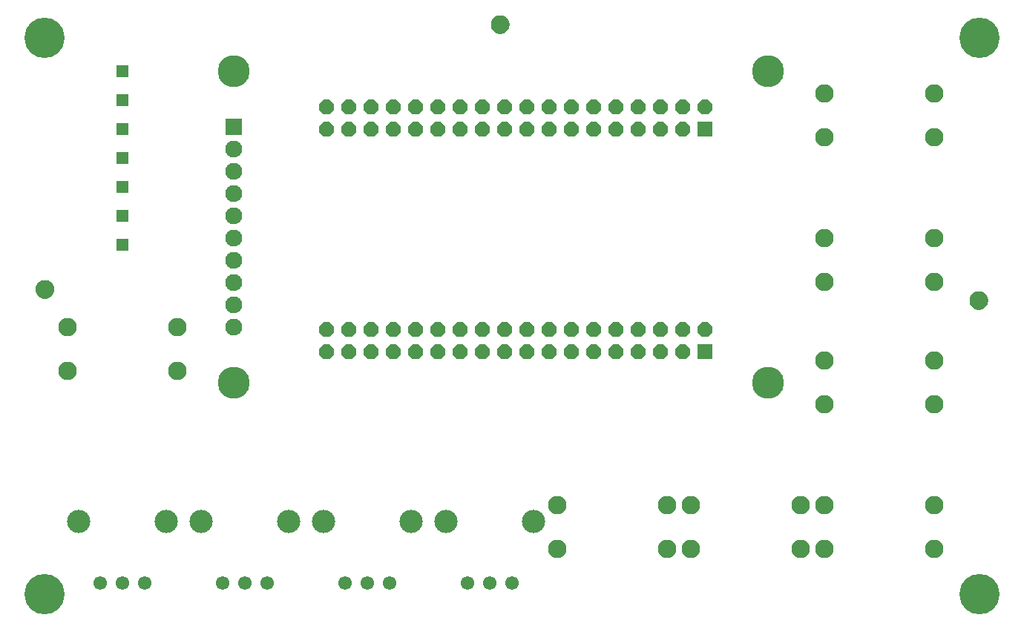
<source format=gbr>
G04 EAGLE Gerber RS-274X export*
G75*
%MOMM*%
%FSLAX34Y34*%
%LPD*%
%INSoldermask Top*%
%IPPOS*%
%AMOC8*
5,1,8,0,0,1.08239X$1,22.5*%
G01*
%ADD10C,2.112400*%
%ADD11C,4.597400*%
%ADD12C,1.552400*%
%ADD13C,2.652400*%
%ADD14R,1.930400X1.930400*%
%ADD15C,1.930400*%
%ADD16C,3.652400*%
%ADD17R,1.397000X1.397000*%
%ADD18R,1.676400X1.676400*%
%ADD19P,1.814519X8X202.500000*%
%ADD20C,0.609600*%
%ADD21C,1.168400*%


D10*
X964200Y-241700D03*
X964200Y-291700D03*
X839200Y-291700D03*
X839200Y-241700D03*
X1116600Y-241700D03*
X1116600Y-291700D03*
X991600Y-291700D03*
X991600Y-241700D03*
X1269000Y-241700D03*
X1269000Y-291700D03*
X1144000Y-291700D03*
X1144000Y-241700D03*
X1269000Y-76600D03*
X1269000Y-126600D03*
X1144000Y-126600D03*
X1144000Y-76600D03*
X1269000Y228200D03*
X1269000Y178200D03*
X1144000Y178200D03*
X1144000Y228200D03*
X1269000Y63100D03*
X1269000Y13100D03*
X1144000Y13100D03*
X1144000Y63100D03*
D11*
X1320800Y292100D03*
X1320800Y-342900D03*
X254000Y292100D03*
X254000Y-342900D03*
D10*
X405400Y-38500D03*
X405400Y-88500D03*
X280400Y-88500D03*
X280400Y-38500D03*
D12*
X317900Y-330200D03*
X342900Y-330200D03*
X367900Y-330200D03*
D13*
X292900Y-260200D03*
X392900Y-260200D03*
D12*
X457600Y-330200D03*
X482600Y-330200D03*
X507600Y-330200D03*
D13*
X432600Y-260200D03*
X532600Y-260200D03*
D12*
X597300Y-330200D03*
X622300Y-330200D03*
X647300Y-330200D03*
D13*
X572300Y-260200D03*
X672300Y-260200D03*
D12*
X737000Y-330200D03*
X762000Y-330200D03*
X787000Y-330200D03*
D13*
X712000Y-260200D03*
X812000Y-260200D03*
D14*
X470100Y190500D03*
D15*
X470100Y165100D03*
X470100Y139700D03*
X470100Y114300D03*
X470100Y88900D03*
X470100Y63500D03*
X470100Y38100D03*
X470100Y12700D03*
X470100Y-12700D03*
X470100Y-38100D03*
D16*
X469900Y254000D03*
X1079500Y-101600D03*
X1079500Y254000D03*
X469900Y-101600D03*
D17*
X342900Y254000D03*
X342900Y220980D03*
X342900Y187960D03*
X342900Y154940D03*
X342900Y121920D03*
X342900Y88900D03*
X342900Y55880D03*
D18*
X1007700Y-66300D03*
D19*
X1007700Y-40900D03*
X982300Y-66300D03*
X982300Y-40900D03*
X956900Y-66300D03*
X956900Y-40900D03*
X931500Y-66300D03*
X931500Y-40900D03*
X906100Y-66300D03*
X906100Y-40900D03*
X880700Y-66300D03*
X880700Y-40900D03*
X855300Y-66300D03*
X855300Y-40900D03*
X829900Y-66300D03*
X829900Y-40900D03*
X804500Y-66300D03*
X804500Y-40900D03*
X779100Y-66300D03*
X779100Y-40900D03*
X753700Y-66300D03*
X753700Y-40900D03*
X728300Y-66300D03*
X728300Y-40900D03*
X702900Y-66300D03*
X702900Y-40900D03*
X677500Y-66300D03*
X677500Y-40900D03*
X652100Y-66300D03*
X652100Y-40900D03*
X626700Y-66300D03*
X626700Y-40900D03*
X601300Y-66300D03*
X601300Y-40900D03*
X575900Y-66300D03*
X575900Y-40900D03*
D18*
X1007700Y187700D03*
D19*
X1007700Y213100D03*
X982300Y187700D03*
X982300Y213100D03*
X956900Y187700D03*
X956900Y213100D03*
X931500Y187700D03*
X931500Y213100D03*
X906100Y187700D03*
X906100Y213100D03*
X880700Y187700D03*
X880700Y213100D03*
X855300Y187700D03*
X855300Y213100D03*
X829900Y187700D03*
X829900Y213100D03*
X804500Y187700D03*
X804500Y213100D03*
X779100Y187700D03*
X779100Y213100D03*
X753700Y187700D03*
X753700Y213100D03*
X728300Y187700D03*
X728300Y213100D03*
X702900Y187700D03*
X702900Y213100D03*
X677500Y187700D03*
X677500Y213100D03*
X652100Y187700D03*
X652100Y213100D03*
X626700Y187700D03*
X626700Y213100D03*
X601300Y187700D03*
X601300Y213100D03*
X575900Y187700D03*
X575900Y213100D03*
D20*
X246380Y5080D02*
X246382Y5267D01*
X246389Y5454D01*
X246401Y5641D01*
X246417Y5827D01*
X246437Y6013D01*
X246462Y6198D01*
X246492Y6383D01*
X246526Y6567D01*
X246565Y6750D01*
X246608Y6932D01*
X246656Y7112D01*
X246708Y7292D01*
X246765Y7470D01*
X246825Y7647D01*
X246891Y7822D01*
X246960Y7996D01*
X247034Y8168D01*
X247112Y8338D01*
X247194Y8506D01*
X247280Y8672D01*
X247370Y8836D01*
X247464Y8997D01*
X247562Y9157D01*
X247664Y9313D01*
X247770Y9468D01*
X247880Y9619D01*
X247993Y9768D01*
X248110Y9914D01*
X248230Y10057D01*
X248354Y10197D01*
X248481Y10334D01*
X248612Y10468D01*
X248746Y10599D01*
X248883Y10726D01*
X249023Y10850D01*
X249166Y10970D01*
X249312Y11087D01*
X249461Y11200D01*
X249612Y11310D01*
X249767Y11416D01*
X249923Y11518D01*
X250083Y11616D01*
X250244Y11710D01*
X250408Y11800D01*
X250574Y11886D01*
X250742Y11968D01*
X250912Y12046D01*
X251084Y12120D01*
X251258Y12189D01*
X251433Y12255D01*
X251610Y12315D01*
X251788Y12372D01*
X251968Y12424D01*
X252148Y12472D01*
X252330Y12515D01*
X252513Y12554D01*
X252697Y12588D01*
X252882Y12618D01*
X253067Y12643D01*
X253253Y12663D01*
X253439Y12679D01*
X253626Y12691D01*
X253813Y12698D01*
X254000Y12700D01*
X254187Y12698D01*
X254374Y12691D01*
X254561Y12679D01*
X254747Y12663D01*
X254933Y12643D01*
X255118Y12618D01*
X255303Y12588D01*
X255487Y12554D01*
X255670Y12515D01*
X255852Y12472D01*
X256032Y12424D01*
X256212Y12372D01*
X256390Y12315D01*
X256567Y12255D01*
X256742Y12189D01*
X256916Y12120D01*
X257088Y12046D01*
X257258Y11968D01*
X257426Y11886D01*
X257592Y11800D01*
X257756Y11710D01*
X257917Y11616D01*
X258077Y11518D01*
X258233Y11416D01*
X258388Y11310D01*
X258539Y11200D01*
X258688Y11087D01*
X258834Y10970D01*
X258977Y10850D01*
X259117Y10726D01*
X259254Y10599D01*
X259388Y10468D01*
X259519Y10334D01*
X259646Y10197D01*
X259770Y10057D01*
X259890Y9914D01*
X260007Y9768D01*
X260120Y9619D01*
X260230Y9468D01*
X260336Y9313D01*
X260438Y9157D01*
X260536Y8997D01*
X260630Y8836D01*
X260720Y8672D01*
X260806Y8506D01*
X260888Y8338D01*
X260966Y8168D01*
X261040Y7996D01*
X261109Y7822D01*
X261175Y7647D01*
X261235Y7470D01*
X261292Y7292D01*
X261344Y7112D01*
X261392Y6932D01*
X261435Y6750D01*
X261474Y6567D01*
X261508Y6383D01*
X261538Y6198D01*
X261563Y6013D01*
X261583Y5827D01*
X261599Y5641D01*
X261611Y5454D01*
X261618Y5267D01*
X261620Y5080D01*
X261618Y4893D01*
X261611Y4706D01*
X261599Y4519D01*
X261583Y4333D01*
X261563Y4147D01*
X261538Y3962D01*
X261508Y3777D01*
X261474Y3593D01*
X261435Y3410D01*
X261392Y3228D01*
X261344Y3048D01*
X261292Y2868D01*
X261235Y2690D01*
X261175Y2513D01*
X261109Y2338D01*
X261040Y2164D01*
X260966Y1992D01*
X260888Y1822D01*
X260806Y1654D01*
X260720Y1488D01*
X260630Y1324D01*
X260536Y1163D01*
X260438Y1003D01*
X260336Y847D01*
X260230Y692D01*
X260120Y541D01*
X260007Y392D01*
X259890Y246D01*
X259770Y103D01*
X259646Y-37D01*
X259519Y-174D01*
X259388Y-308D01*
X259254Y-439D01*
X259117Y-566D01*
X258977Y-690D01*
X258834Y-810D01*
X258688Y-927D01*
X258539Y-1040D01*
X258388Y-1150D01*
X258233Y-1256D01*
X258077Y-1358D01*
X257917Y-1456D01*
X257756Y-1550D01*
X257592Y-1640D01*
X257426Y-1726D01*
X257258Y-1808D01*
X257088Y-1886D01*
X256916Y-1960D01*
X256742Y-2029D01*
X256567Y-2095D01*
X256390Y-2155D01*
X256212Y-2212D01*
X256032Y-2264D01*
X255852Y-2312D01*
X255670Y-2355D01*
X255487Y-2394D01*
X255303Y-2428D01*
X255118Y-2458D01*
X254933Y-2483D01*
X254747Y-2503D01*
X254561Y-2519D01*
X254374Y-2531D01*
X254187Y-2538D01*
X254000Y-2540D01*
X253813Y-2538D01*
X253626Y-2531D01*
X253439Y-2519D01*
X253253Y-2503D01*
X253067Y-2483D01*
X252882Y-2458D01*
X252697Y-2428D01*
X252513Y-2394D01*
X252330Y-2355D01*
X252148Y-2312D01*
X251968Y-2264D01*
X251788Y-2212D01*
X251610Y-2155D01*
X251433Y-2095D01*
X251258Y-2029D01*
X251084Y-1960D01*
X250912Y-1886D01*
X250742Y-1808D01*
X250574Y-1726D01*
X250408Y-1640D01*
X250244Y-1550D01*
X250083Y-1456D01*
X249923Y-1358D01*
X249767Y-1256D01*
X249612Y-1150D01*
X249461Y-1040D01*
X249312Y-927D01*
X249166Y-810D01*
X249023Y-690D01*
X248883Y-566D01*
X248746Y-439D01*
X248612Y-308D01*
X248481Y-174D01*
X248354Y-37D01*
X248230Y103D01*
X248110Y246D01*
X247993Y392D01*
X247880Y541D01*
X247770Y692D01*
X247664Y847D01*
X247562Y1003D01*
X247464Y1163D01*
X247370Y1324D01*
X247280Y1488D01*
X247194Y1654D01*
X247112Y1822D01*
X247034Y1992D01*
X246960Y2164D01*
X246891Y2338D01*
X246825Y2513D01*
X246765Y2690D01*
X246708Y2868D01*
X246656Y3048D01*
X246608Y3228D01*
X246565Y3410D01*
X246526Y3593D01*
X246492Y3777D01*
X246462Y3962D01*
X246437Y4147D01*
X246417Y4333D01*
X246401Y4519D01*
X246389Y4706D01*
X246382Y4893D01*
X246380Y5080D01*
D21*
X254000Y5080D03*
D20*
X765810Y307340D02*
X765812Y307527D01*
X765819Y307714D01*
X765831Y307901D01*
X765847Y308087D01*
X765867Y308273D01*
X765892Y308458D01*
X765922Y308643D01*
X765956Y308827D01*
X765995Y309010D01*
X766038Y309192D01*
X766086Y309372D01*
X766138Y309552D01*
X766195Y309730D01*
X766255Y309907D01*
X766321Y310082D01*
X766390Y310256D01*
X766464Y310428D01*
X766542Y310598D01*
X766624Y310766D01*
X766710Y310932D01*
X766800Y311096D01*
X766894Y311257D01*
X766992Y311417D01*
X767094Y311573D01*
X767200Y311728D01*
X767310Y311879D01*
X767423Y312028D01*
X767540Y312174D01*
X767660Y312317D01*
X767784Y312457D01*
X767911Y312594D01*
X768042Y312728D01*
X768176Y312859D01*
X768313Y312986D01*
X768453Y313110D01*
X768596Y313230D01*
X768742Y313347D01*
X768891Y313460D01*
X769042Y313570D01*
X769197Y313676D01*
X769353Y313778D01*
X769513Y313876D01*
X769674Y313970D01*
X769838Y314060D01*
X770004Y314146D01*
X770172Y314228D01*
X770342Y314306D01*
X770514Y314380D01*
X770688Y314449D01*
X770863Y314515D01*
X771040Y314575D01*
X771218Y314632D01*
X771398Y314684D01*
X771578Y314732D01*
X771760Y314775D01*
X771943Y314814D01*
X772127Y314848D01*
X772312Y314878D01*
X772497Y314903D01*
X772683Y314923D01*
X772869Y314939D01*
X773056Y314951D01*
X773243Y314958D01*
X773430Y314960D01*
X773617Y314958D01*
X773804Y314951D01*
X773991Y314939D01*
X774177Y314923D01*
X774363Y314903D01*
X774548Y314878D01*
X774733Y314848D01*
X774917Y314814D01*
X775100Y314775D01*
X775282Y314732D01*
X775462Y314684D01*
X775642Y314632D01*
X775820Y314575D01*
X775997Y314515D01*
X776172Y314449D01*
X776346Y314380D01*
X776518Y314306D01*
X776688Y314228D01*
X776856Y314146D01*
X777022Y314060D01*
X777186Y313970D01*
X777347Y313876D01*
X777507Y313778D01*
X777663Y313676D01*
X777818Y313570D01*
X777969Y313460D01*
X778118Y313347D01*
X778264Y313230D01*
X778407Y313110D01*
X778547Y312986D01*
X778684Y312859D01*
X778818Y312728D01*
X778949Y312594D01*
X779076Y312457D01*
X779200Y312317D01*
X779320Y312174D01*
X779437Y312028D01*
X779550Y311879D01*
X779660Y311728D01*
X779766Y311573D01*
X779868Y311417D01*
X779966Y311257D01*
X780060Y311096D01*
X780150Y310932D01*
X780236Y310766D01*
X780318Y310598D01*
X780396Y310428D01*
X780470Y310256D01*
X780539Y310082D01*
X780605Y309907D01*
X780665Y309730D01*
X780722Y309552D01*
X780774Y309372D01*
X780822Y309192D01*
X780865Y309010D01*
X780904Y308827D01*
X780938Y308643D01*
X780968Y308458D01*
X780993Y308273D01*
X781013Y308087D01*
X781029Y307901D01*
X781041Y307714D01*
X781048Y307527D01*
X781050Y307340D01*
X781048Y307153D01*
X781041Y306966D01*
X781029Y306779D01*
X781013Y306593D01*
X780993Y306407D01*
X780968Y306222D01*
X780938Y306037D01*
X780904Y305853D01*
X780865Y305670D01*
X780822Y305488D01*
X780774Y305308D01*
X780722Y305128D01*
X780665Y304950D01*
X780605Y304773D01*
X780539Y304598D01*
X780470Y304424D01*
X780396Y304252D01*
X780318Y304082D01*
X780236Y303914D01*
X780150Y303748D01*
X780060Y303584D01*
X779966Y303423D01*
X779868Y303263D01*
X779766Y303107D01*
X779660Y302952D01*
X779550Y302801D01*
X779437Y302652D01*
X779320Y302506D01*
X779200Y302363D01*
X779076Y302223D01*
X778949Y302086D01*
X778818Y301952D01*
X778684Y301821D01*
X778547Y301694D01*
X778407Y301570D01*
X778264Y301450D01*
X778118Y301333D01*
X777969Y301220D01*
X777818Y301110D01*
X777663Y301004D01*
X777507Y300902D01*
X777347Y300804D01*
X777186Y300710D01*
X777022Y300620D01*
X776856Y300534D01*
X776688Y300452D01*
X776518Y300374D01*
X776346Y300300D01*
X776172Y300231D01*
X775997Y300165D01*
X775820Y300105D01*
X775642Y300048D01*
X775462Y299996D01*
X775282Y299948D01*
X775100Y299905D01*
X774917Y299866D01*
X774733Y299832D01*
X774548Y299802D01*
X774363Y299777D01*
X774177Y299757D01*
X773991Y299741D01*
X773804Y299729D01*
X773617Y299722D01*
X773430Y299720D01*
X773243Y299722D01*
X773056Y299729D01*
X772869Y299741D01*
X772683Y299757D01*
X772497Y299777D01*
X772312Y299802D01*
X772127Y299832D01*
X771943Y299866D01*
X771760Y299905D01*
X771578Y299948D01*
X771398Y299996D01*
X771218Y300048D01*
X771040Y300105D01*
X770863Y300165D01*
X770688Y300231D01*
X770514Y300300D01*
X770342Y300374D01*
X770172Y300452D01*
X770004Y300534D01*
X769838Y300620D01*
X769674Y300710D01*
X769513Y300804D01*
X769353Y300902D01*
X769197Y301004D01*
X769042Y301110D01*
X768891Y301220D01*
X768742Y301333D01*
X768596Y301450D01*
X768453Y301570D01*
X768313Y301694D01*
X768176Y301821D01*
X768042Y301952D01*
X767911Y302086D01*
X767784Y302223D01*
X767660Y302363D01*
X767540Y302506D01*
X767423Y302652D01*
X767310Y302801D01*
X767200Y302952D01*
X767094Y303107D01*
X766992Y303263D01*
X766894Y303423D01*
X766800Y303584D01*
X766710Y303748D01*
X766624Y303914D01*
X766542Y304082D01*
X766464Y304252D01*
X766390Y304424D01*
X766321Y304598D01*
X766255Y304773D01*
X766195Y304950D01*
X766138Y305128D01*
X766086Y305308D01*
X766038Y305488D01*
X765995Y305670D01*
X765956Y305853D01*
X765922Y306037D01*
X765892Y306222D01*
X765867Y306407D01*
X765847Y306593D01*
X765831Y306779D01*
X765819Y306966D01*
X765812Y307153D01*
X765810Y307340D01*
D21*
X773430Y307340D03*
D20*
X1311910Y-7620D02*
X1311912Y-7433D01*
X1311919Y-7246D01*
X1311931Y-7059D01*
X1311947Y-6873D01*
X1311967Y-6687D01*
X1311992Y-6502D01*
X1312022Y-6317D01*
X1312056Y-6133D01*
X1312095Y-5950D01*
X1312138Y-5768D01*
X1312186Y-5588D01*
X1312238Y-5408D01*
X1312295Y-5230D01*
X1312355Y-5053D01*
X1312421Y-4878D01*
X1312490Y-4704D01*
X1312564Y-4532D01*
X1312642Y-4362D01*
X1312724Y-4194D01*
X1312810Y-4028D01*
X1312900Y-3864D01*
X1312994Y-3703D01*
X1313092Y-3543D01*
X1313194Y-3387D01*
X1313300Y-3232D01*
X1313410Y-3081D01*
X1313523Y-2932D01*
X1313640Y-2786D01*
X1313760Y-2643D01*
X1313884Y-2503D01*
X1314011Y-2366D01*
X1314142Y-2232D01*
X1314276Y-2101D01*
X1314413Y-1974D01*
X1314553Y-1850D01*
X1314696Y-1730D01*
X1314842Y-1613D01*
X1314991Y-1500D01*
X1315142Y-1390D01*
X1315297Y-1284D01*
X1315453Y-1182D01*
X1315613Y-1084D01*
X1315774Y-990D01*
X1315938Y-900D01*
X1316104Y-814D01*
X1316272Y-732D01*
X1316442Y-654D01*
X1316614Y-580D01*
X1316788Y-511D01*
X1316963Y-445D01*
X1317140Y-385D01*
X1317318Y-328D01*
X1317498Y-276D01*
X1317678Y-228D01*
X1317860Y-185D01*
X1318043Y-146D01*
X1318227Y-112D01*
X1318412Y-82D01*
X1318597Y-57D01*
X1318783Y-37D01*
X1318969Y-21D01*
X1319156Y-9D01*
X1319343Y-2D01*
X1319530Y0D01*
X1319717Y-2D01*
X1319904Y-9D01*
X1320091Y-21D01*
X1320277Y-37D01*
X1320463Y-57D01*
X1320648Y-82D01*
X1320833Y-112D01*
X1321017Y-146D01*
X1321200Y-185D01*
X1321382Y-228D01*
X1321562Y-276D01*
X1321742Y-328D01*
X1321920Y-385D01*
X1322097Y-445D01*
X1322272Y-511D01*
X1322446Y-580D01*
X1322618Y-654D01*
X1322788Y-732D01*
X1322956Y-814D01*
X1323122Y-900D01*
X1323286Y-990D01*
X1323447Y-1084D01*
X1323607Y-1182D01*
X1323763Y-1284D01*
X1323918Y-1390D01*
X1324069Y-1500D01*
X1324218Y-1613D01*
X1324364Y-1730D01*
X1324507Y-1850D01*
X1324647Y-1974D01*
X1324784Y-2101D01*
X1324918Y-2232D01*
X1325049Y-2366D01*
X1325176Y-2503D01*
X1325300Y-2643D01*
X1325420Y-2786D01*
X1325537Y-2932D01*
X1325650Y-3081D01*
X1325760Y-3232D01*
X1325866Y-3387D01*
X1325968Y-3543D01*
X1326066Y-3703D01*
X1326160Y-3864D01*
X1326250Y-4028D01*
X1326336Y-4194D01*
X1326418Y-4362D01*
X1326496Y-4532D01*
X1326570Y-4704D01*
X1326639Y-4878D01*
X1326705Y-5053D01*
X1326765Y-5230D01*
X1326822Y-5408D01*
X1326874Y-5588D01*
X1326922Y-5768D01*
X1326965Y-5950D01*
X1327004Y-6133D01*
X1327038Y-6317D01*
X1327068Y-6502D01*
X1327093Y-6687D01*
X1327113Y-6873D01*
X1327129Y-7059D01*
X1327141Y-7246D01*
X1327148Y-7433D01*
X1327150Y-7620D01*
X1327148Y-7807D01*
X1327141Y-7994D01*
X1327129Y-8181D01*
X1327113Y-8367D01*
X1327093Y-8553D01*
X1327068Y-8738D01*
X1327038Y-8923D01*
X1327004Y-9107D01*
X1326965Y-9290D01*
X1326922Y-9472D01*
X1326874Y-9652D01*
X1326822Y-9832D01*
X1326765Y-10010D01*
X1326705Y-10187D01*
X1326639Y-10362D01*
X1326570Y-10536D01*
X1326496Y-10708D01*
X1326418Y-10878D01*
X1326336Y-11046D01*
X1326250Y-11212D01*
X1326160Y-11376D01*
X1326066Y-11537D01*
X1325968Y-11697D01*
X1325866Y-11853D01*
X1325760Y-12008D01*
X1325650Y-12159D01*
X1325537Y-12308D01*
X1325420Y-12454D01*
X1325300Y-12597D01*
X1325176Y-12737D01*
X1325049Y-12874D01*
X1324918Y-13008D01*
X1324784Y-13139D01*
X1324647Y-13266D01*
X1324507Y-13390D01*
X1324364Y-13510D01*
X1324218Y-13627D01*
X1324069Y-13740D01*
X1323918Y-13850D01*
X1323763Y-13956D01*
X1323607Y-14058D01*
X1323447Y-14156D01*
X1323286Y-14250D01*
X1323122Y-14340D01*
X1322956Y-14426D01*
X1322788Y-14508D01*
X1322618Y-14586D01*
X1322446Y-14660D01*
X1322272Y-14729D01*
X1322097Y-14795D01*
X1321920Y-14855D01*
X1321742Y-14912D01*
X1321562Y-14964D01*
X1321382Y-15012D01*
X1321200Y-15055D01*
X1321017Y-15094D01*
X1320833Y-15128D01*
X1320648Y-15158D01*
X1320463Y-15183D01*
X1320277Y-15203D01*
X1320091Y-15219D01*
X1319904Y-15231D01*
X1319717Y-15238D01*
X1319530Y-15240D01*
X1319343Y-15238D01*
X1319156Y-15231D01*
X1318969Y-15219D01*
X1318783Y-15203D01*
X1318597Y-15183D01*
X1318412Y-15158D01*
X1318227Y-15128D01*
X1318043Y-15094D01*
X1317860Y-15055D01*
X1317678Y-15012D01*
X1317498Y-14964D01*
X1317318Y-14912D01*
X1317140Y-14855D01*
X1316963Y-14795D01*
X1316788Y-14729D01*
X1316614Y-14660D01*
X1316442Y-14586D01*
X1316272Y-14508D01*
X1316104Y-14426D01*
X1315938Y-14340D01*
X1315774Y-14250D01*
X1315613Y-14156D01*
X1315453Y-14058D01*
X1315297Y-13956D01*
X1315142Y-13850D01*
X1314991Y-13740D01*
X1314842Y-13627D01*
X1314696Y-13510D01*
X1314553Y-13390D01*
X1314413Y-13266D01*
X1314276Y-13139D01*
X1314142Y-13008D01*
X1314011Y-12874D01*
X1313884Y-12737D01*
X1313760Y-12597D01*
X1313640Y-12454D01*
X1313523Y-12308D01*
X1313410Y-12159D01*
X1313300Y-12008D01*
X1313194Y-11853D01*
X1313092Y-11697D01*
X1312994Y-11537D01*
X1312900Y-11376D01*
X1312810Y-11212D01*
X1312724Y-11046D01*
X1312642Y-10878D01*
X1312564Y-10708D01*
X1312490Y-10536D01*
X1312421Y-10362D01*
X1312355Y-10187D01*
X1312295Y-10010D01*
X1312238Y-9832D01*
X1312186Y-9652D01*
X1312138Y-9472D01*
X1312095Y-9290D01*
X1312056Y-9107D01*
X1312022Y-8923D01*
X1311992Y-8738D01*
X1311967Y-8553D01*
X1311947Y-8367D01*
X1311931Y-8181D01*
X1311919Y-7994D01*
X1311912Y-7807D01*
X1311910Y-7620D01*
D21*
X1319530Y-7620D03*
M02*

</source>
